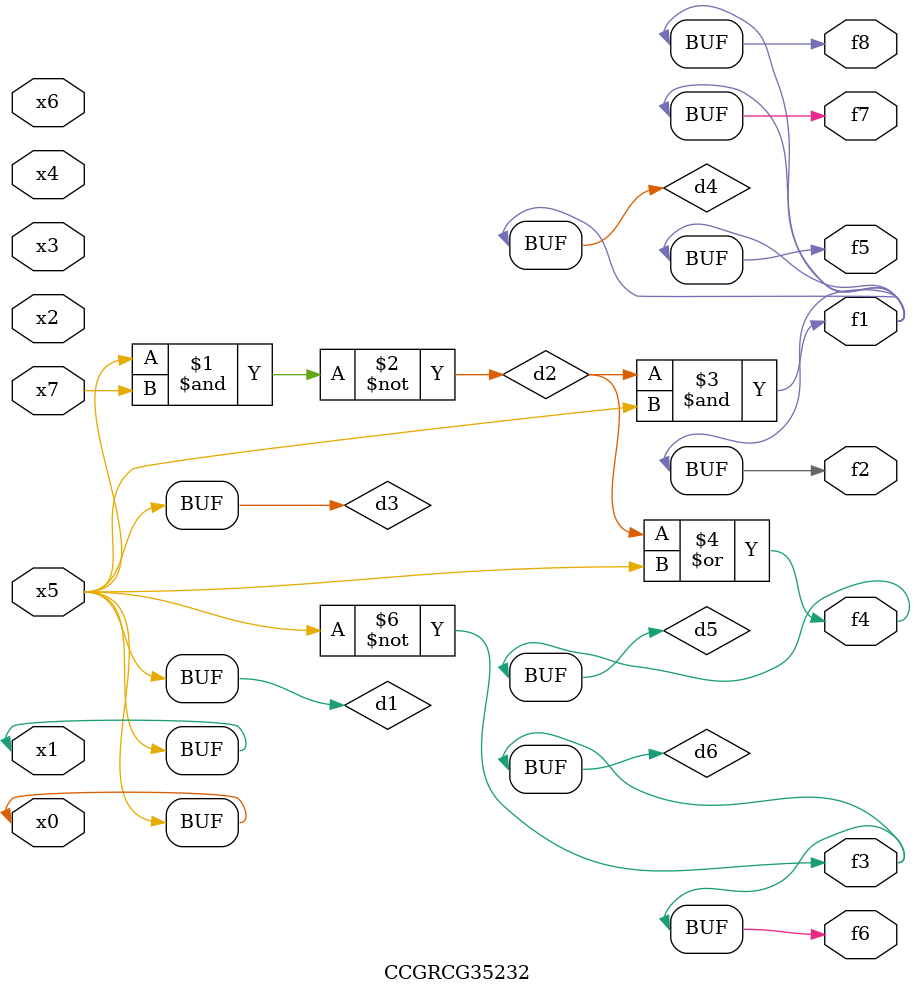
<source format=v>
module CCGRCG35232(
	input x0, x1, x2, x3, x4, x5, x6, x7,
	output f1, f2, f3, f4, f5, f6, f7, f8
);

	wire d1, d2, d3, d4, d5, d6;

	buf (d1, x0, x5);
	nand (d2, x5, x7);
	buf (d3, x0, x1);
	and (d4, d2, d3);
	or (d5, d2, d3);
	nor (d6, d1, d3);
	assign f1 = d4;
	assign f2 = d4;
	assign f3 = d6;
	assign f4 = d5;
	assign f5 = d4;
	assign f6 = d6;
	assign f7 = d4;
	assign f8 = d4;
endmodule

</source>
